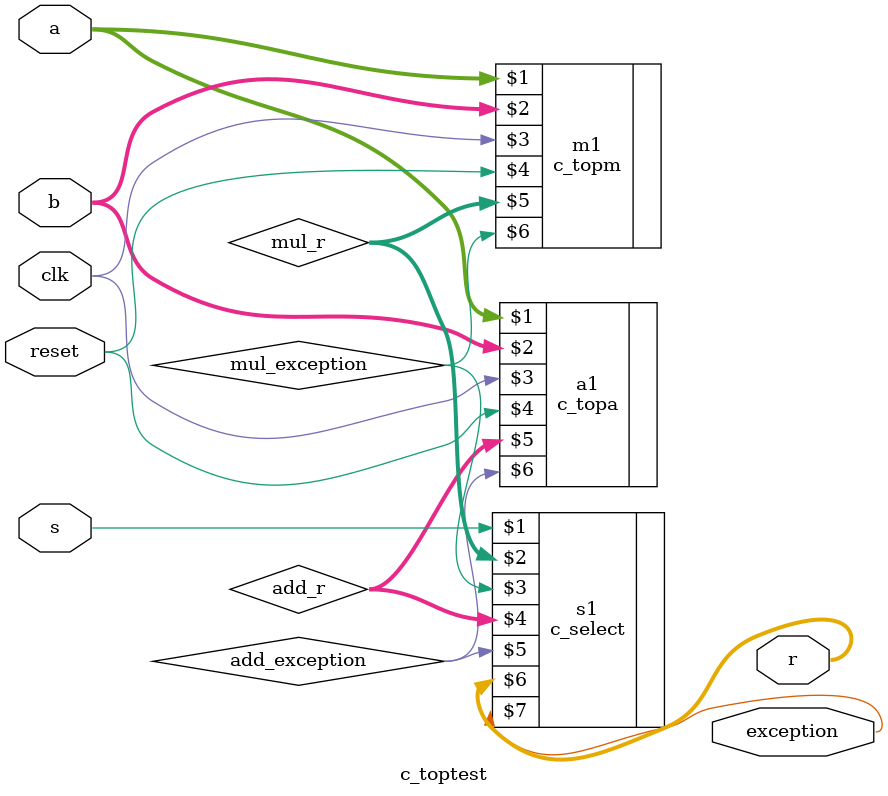
<source format=v>
`include "c_topm.v"
`include "c_topa.v"
`include "c_select.v"

module c_toptest(a,b,s,clk,reset,r,exception);

input [31:0] a,b;
input clk,reset,s;

output [31:0]r;
output exception;

wire [31:0]mul_r,add_r;
wire mul_exception,add_exception;

c_topm m1(a,b,clk,reset,mul_r,mul_exception);
c_topa a1(a,b,clk,reset,add_r,add_exception);
c_select s1(s,mul_r,mul_exception,add_r,add_exception,r,exception);

endmodule


</source>
